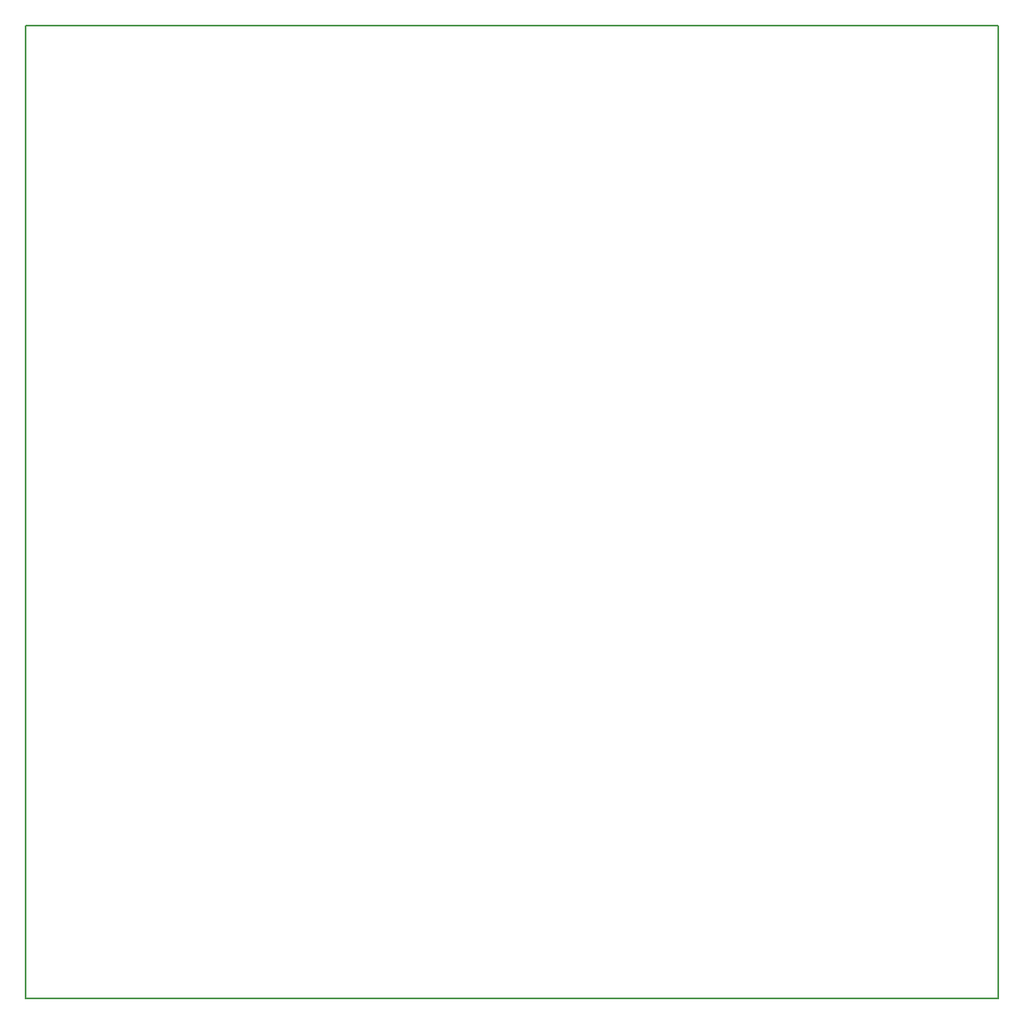
<source format=gm1>
G04 MADE WITH FRITZING*
G04 WWW.FRITZING.ORG*
G04 DOUBLE SIDED*
G04 HOLES PLATED*
G04 CONTOUR ON CENTER OF CONTOUR VECTOR*
%ASAXBY*%
%FSLAX23Y23*%
%MOIN*%
%OFA0B0*%
%SFA1.0B1.0*%
%ADD10R,3.934160X3.937140*%
%ADD11C,0.008000*%
%ADD10C,0.008*%
%LNCONTOUR*%
G90*
G70*
G54D10*
G54D11*
X4Y3933D02*
X3930Y3933D01*
X3930Y4D01*
X4Y4D01*
X4Y3933D01*
D02*
G04 End of contour*
M02*
</source>
